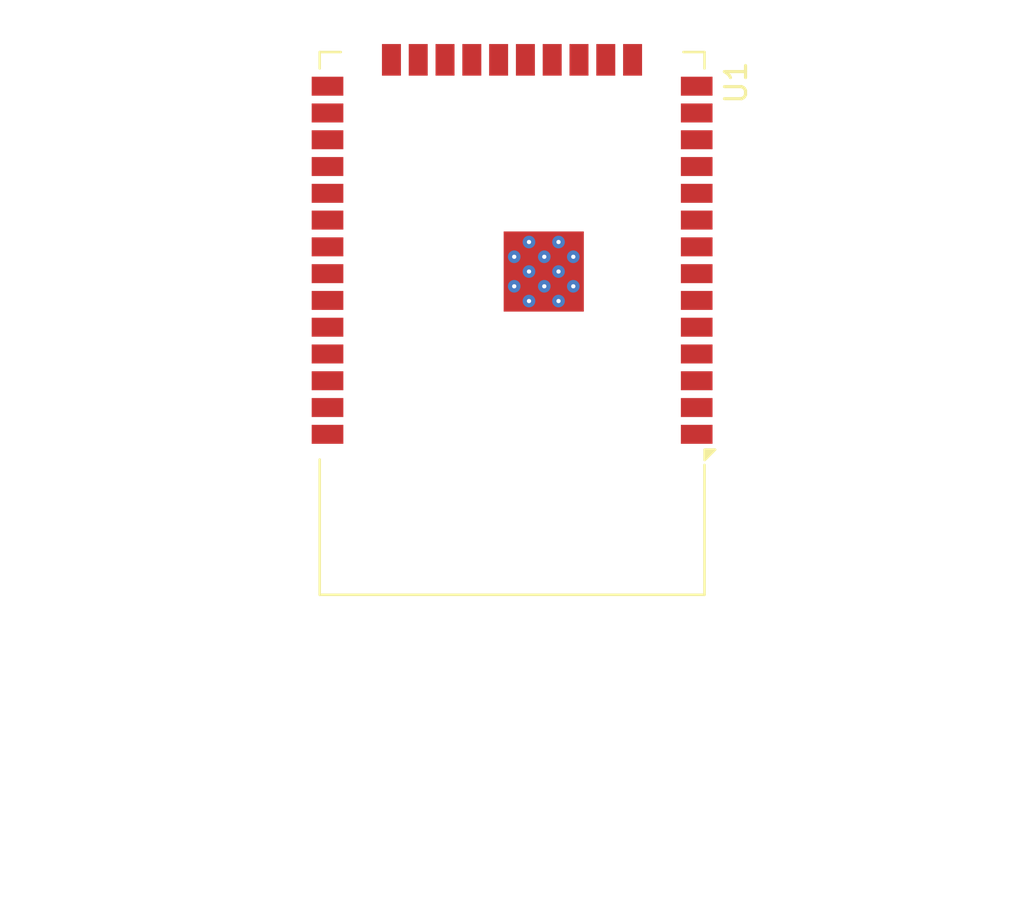
<source format=kicad_pcb>
(kicad_pcb (version 20241229) (generator "pcbnew") (generator_version "9.0")
  (layers (0 "F.Cu" signal) (2 "B.Cu" signal) (13 "F.Paste" user) (15 "B.Paste" user) (5 "F.SilkS" user "F.Silkscreen") (7 "B.SilkS" user "B.Silkscreen") (1 "F.Mask" user) (3 "B.Mask" user) (25 "Edge.Cuts" user))
  (net 0 "")
  (net 2 "Net-(U1-GND-Pad1)")
  (footprint "RF_Module:ESP32-WROOM-32D" (layer "F.Cu") (at 107 80.245 180)
    (property "Reference" "U1" (at -10.61 8.43 90) (layer "F.SilkS"))
    (property "Value" "ESP32-WROOM-32E")
    (fp_line (start 9.12 9.88) (end 8.12 9.88) (stroke (width 0.12)) (layer "F.SilkS"))
    (fp_line (start 9.12 9.1) (end 9.12 9.88) (stroke (width 0.12)) (layer "F.SilkS"))
    (fp_line (start 9.12 -15.86) (end 9.12 -9.445) (stroke (width 0.12)) (layer "F.SilkS"))
    (fp_line (start -9.12 9.88) (end -8.12 9.88) (stroke (width 0.12)) (layer "F.SilkS"))
    (fp_line (start -9.12 9.1) (end -9.12 9.88) (stroke (width 0.12)) (layer "F.SilkS"))
    (fp_line (start -9.12 -15.86) (end 9.12 -15.86) (stroke (width 0.12)) (layer "F.SilkS"))
    (fp_line (start -9.12 -15.86) (end -9.12 -9.7) (stroke (width 0.12)) (layer "F.SilkS"))
    (fp_poly (pts (xy -9.125 -8.975) (xy -9.625 -8.975) (xy -9.125 -9.475) (xy -9.125 -8.975)) (stroke (width 0.12)) (fill yes) (layer "F.SilkS"))
    (pad "1" smd rect (at -8.75 -8.25 180) (size 1.5 0.9) (layers "F.Cu" "F.Mask" "F.Paste") (net 2 "Net-(U1-GND-Pad1)"))
    (pad "2" smd rect (at -8.75 -6.98 180) (size 1.5 0.9) (layers "F.Cu" "F.Mask" "F.Paste"))
    (pad "3" smd rect (at -8.75 -5.71 180) (size 1.5 0.9) (layers "F.Cu" "F.Mask" "F.Paste"))
    (pad "4" smd rect (at -8.75 -4.44 180) (size 1.5 0.9) (layers "F.Cu" "F.Mask" "F.Paste"))
    (pad "5" smd rect (at -8.75 -3.17 180) (size 1.5 0.9) (layers "F.Cu" "F.Mask" "F.Paste"))
    (pad "6" smd rect (at -8.75 -1.9 180) (size 1.5 0.9) (layers "F.Cu" "F.Mask" "F.Paste"))
    (pad "7" smd rect (at -8.75 -0.63 180) (size 1.5 0.9) (layers "F.Cu" "F.Mask" "F.Paste"))
    (pad "8" smd rect (at -8.75 0.64 180) (size 1.5 0.9) (layers "F.Cu" "F.Mask" "F.Paste"))
    (pad "9" smd rect (at -8.75 1.91 180) (size 1.5 0.9) (layers "F.Cu" "F.Mask" "F.Paste"))
    (pad "10" smd rect (at -8.75 3.18 180) (size 1.5 0.9) (layers "F.Cu" "F.Mask" "F.Paste"))
    (pad "11" smd rect (at -8.75 4.45 180) (size 1.5 0.9) (layers "F.Cu" "F.Mask" "F.Paste"))
    (pad "12" smd rect (at -8.75 5.72 180) (size 1.5 0.9) (layers "F.Cu" "F.Mask" "F.Paste"))
    (pad "13" smd rect (at -8.75 6.99 180) (size 1.5 0.9) (layers "F.Cu" "F.Mask" "F.Paste"))
    (pad "14" smd rect (at -8.75 8.26 180) (size 1.5 0.9) (layers "F.Cu" "F.Mask" "F.Paste"))
    (pad "15" smd rect (at -5.71 9.51 270) (size 1.5 0.9) (layers "F.Cu" "F.Mask" "F.Paste") (net 2 "Net-(U1-GND-Pad1)"))
    (pad "16" smd rect (at -4.44 9.51 270) (size 1.5 0.9) (layers "F.Cu" "F.Mask" "F.Paste"))
    (pad "17" smd rect (at -3.17 9.51 270) (size 1.5 0.9) (layers "F.Cu" "F.Mask" "F.Paste"))
    (pad "18" smd rect (at -1.9 9.51 270) (size 1.5 0.9) (layers "F.Cu" "F.Mask" "F.Paste"))
    (pad "19" smd rect (at -0.63 9.51 270) (size 1.5 0.9) (layers "F.Cu" "F.Mask" "F.Paste"))
    (pad "20" smd rect (at 0.64 9.51 270) (size 1.5 0.9) (layers "F.Cu" "F.Mask" "F.Paste"))
    (pad "21" smd rect (at 1.91 9.51 270) (size 1.5 0.9) (layers "F.Cu" "F.Mask" "F.Paste"))
    (pad "22" smd rect (at 3.18 9.51 270) (size 1.5 0.9) (layers "F.Cu" "F.Mask" "F.Paste"))
    (pad "23" smd rect (at 4.45 9.51 270) (size 1.5 0.9) (layers "F.Cu" "F.Mask" "F.Paste"))
    (pad "24" smd rect (at 5.72 9.51 270) (size 1.5 0.9) (layers "F.Cu" "F.Mask" "F.Paste"))
    (pad "25" smd rect (at 8.75 8.26 180) (size 1.5 0.9) (layers "F.Cu" "F.Mask" "F.Paste"))
    (pad "26" smd rect (at 8.75 6.99 180) (size 1.5 0.9) (layers "F.Cu" "F.Mask" "F.Paste"))
    (pad "27" smd rect (at 8.75 5.72 180) (size 1.5 0.9) (layers "F.Cu" "F.Mask" "F.Paste"))
    (pad "28" smd rect (at 8.75 4.45 180) (size 1.5 0.9) (layers "F.Cu" "F.Mask" "F.Paste"))
    (pad "29" smd rect (at 8.75 3.18 180) (size 1.5 0.9) (layers "F.Cu" "F.Mask" "F.Paste"))
    (pad "30" smd rect (at 8.75 1.91 180) (size 1.5 0.9) (layers "F.Cu" "F.Mask" "F.Paste"))
    (pad "31" smd rect (at 8.75 0.64 180) (size 1.5 0.9) (layers "F.Cu" "F.Mask" "F.Paste"))
    (pad "32" smd rect (at 8.75 -0.63 180) (size 1.5 0.9) (layers "F.Cu" "F.Mask" "F.Paste"))
    (pad "33" smd rect (at 8.75 -1.9 180) (size 1.5 0.9) (layers "F.Cu" "F.Mask" "F.Paste"))
    (pad "34" smd rect (at 8.75 -3.17 180) (size 1.5 0.9) (layers "F.Cu" "F.Mask" "F.Paste"))
    (pad "35" smd rect (at 8.75 -4.44 180) (size 1.5 0.9) (layers "F.Cu" "F.Mask" "F.Paste"))
    (pad "36" smd rect (at 8.75 -5.71 180) (size 1.5 0.9) (layers "F.Cu" "F.Mask" "F.Paste"))
    (pad "37" smd rect (at 8.75 -6.98 180) (size 1.5 0.9) (layers "F.Cu" "F.Mask" "F.Paste"))
    (pad "38" smd rect (at 8.75 -8.25 180) (size 1.5 0.9) (layers "F.Cu" "F.Mask" "F.Paste") (net 2 "Net-(U1-GND-Pad1)"))
    (pad "39" smd rect (at -2.9 -1.93 180) (size 0.9 0.9) (layers "F.Cu" "F.Paste") (net 2 "Net-(U1-GND-Pad1)"))
    (pad "39" thru_hole circle (at -2.9 -1.23 180) (size 0.6 0.6) (drill 0.2) (property pad_prop_heatsink) (layers "*.Cu" "F.Mask") (net 2 "Net-(U1-GND-Pad1)"))
    (pad "39" smd rect (at -2.9 -0.53 180) (size 0.9 0.9) (layers "F.Cu" "F.Paste") (net 2 "Net-(U1-GND-Pad1)"))
    (pad "39" thru_hole circle (at -2.9 0.17 180) (size 0.6 0.6) (drill 0.2) (property pad_prop_heatsink) (layers "*.Cu" "F.Mask") (net 2 "Net-(U1-GND-Pad1)"))
    (pad "39" smd rect (at -2.9 0.87 180) (size 0.9 0.9) (layers "F.Cu" "F.Paste") (net 2 "Net-(U1-GND-Pad1)"))
    (pad "39" thru_hole circle (at -2.2 -1.93 180) (size 0.6 0.6) (drill 0.2) (property pad_prop_heatsink) (layers "*.Cu" "F.Mask") (net 2 "Net-(U1-GND-Pad1)"))
    (pad "39" thru_hole circle (at -2.2 -0.53 180) (size 0.6 0.6) (drill 0.2) (property pad_prop_heatsink) (layers "*.Cu" "F.Mask") (net 2 "Net-(U1-GND-Pad1)"))
    (pad "39" thru_hole circle (at -2.2 0.87 180) (size 0.6 0.6) (drill 0.2) (property pad_prop_heatsink) (layers "*.Cu" "F.Mask") (net 2 "Net-(U1-GND-Pad1)"))
    (pad "39" thru_hole circle (at -1.525 -1.23 180) (size 0.6 0.6) (drill 0.2) (property pad_prop_heatsink) (layers "*.Cu" "F.Mask") (net 2 "Net-(U1-GND-Pad1)"))
    (pad "39" thru_hole circle (at -1.525 0.17 180) (size 0.6 0.6) (drill 0.2) (property pad_prop_heatsink) (layers "*.Cu" "F.Mask") (net 2 "Net-(U1-GND-Pad1)"))
    (pad "39" smd rect (at -1.5 -1.93 180) (size 0.9 0.9) (layers "F.Cu" "F.Paste") (net 2 "Net-(U1-GND-Pad1)"))
    (pad "39" smd rect (at -1.5 -0.53 180) (size 0.9 0.9) (layers "F.Cu" "F.Paste") (net 2 "Net-(U1-GND-Pad1)"))
    (pad "39" smd rect (at -1.5 -0.53 180) (size 3.8 3.8) (property pad_prop_heatsink) (layers "F.Cu" "F.Mask") (net 2 "Net-(U1-GND-Pad1)"))
    (pad "39" smd rect (at -1.5 0.87 180) (size 0.9 0.9) (layers "F.Cu" "F.Paste") (net 2 "Net-(U1-GND-Pad1)"))
    (pad "39" thru_hole circle (at -0.8 -1.93 180) (size 0.6 0.6) (drill 0.2) (property pad_prop_heatsink) (layers "*.Cu" "F.Mask") (net 2 "Net-(U1-GND-Pad1)"))
    (pad "39" thru_hole circle (at -0.8 -0.53 180) (size 0.6 0.6) (drill 0.2) (property pad_prop_heatsink) (layers "*.Cu" "F.Mask") (net 2 "Net-(U1-GND-Pad1)"))
    (pad "39" thru_hole circle (at -0.8 0.87 180) (size 0.6 0.6) (drill 0.2) (property pad_prop_heatsink) (layers "*.Cu" "F.Mask") (net 2 "Net-(U1-GND-Pad1)"))
    (pad "39" smd rect (at -0.1 -1.93 180) (size 0.9 0.9) (layers "F.Cu" "F.Paste") (net 2 "Net-(U1-GND-Pad1)"))
    (pad "39" thru_hole circle (at -0.1 -1.23 180) (size 0.6 0.6) (drill 0.2) (property pad_prop_heatsink) (layers "*.Cu" "F.Mask") (net 2 "Net-(U1-GND-Pad1)"))
    (pad "39" smd rect (at -0.1 -0.53 180) (size 0.9 0.9) (layers "F.Cu" "F.Paste") (net 2 "Net-(U1-GND-Pad1)"))
    (pad "39" thru_hole circle (at -0.1 0.17 180) (size 0.6 0.6) (drill 0.2) (property pad_prop_heatsink) (layers "*.Cu" "F.Mask") (net 2 "Net-(U1-GND-Pad1)"))
    (pad "39" smd rect (at -0.1 0.87 180) (size 0.9 0.9) (layers "F.Cu" "F.Paste") (net 2 "Net-(U1-GND-Pad1)"))
  )
)
</source>
